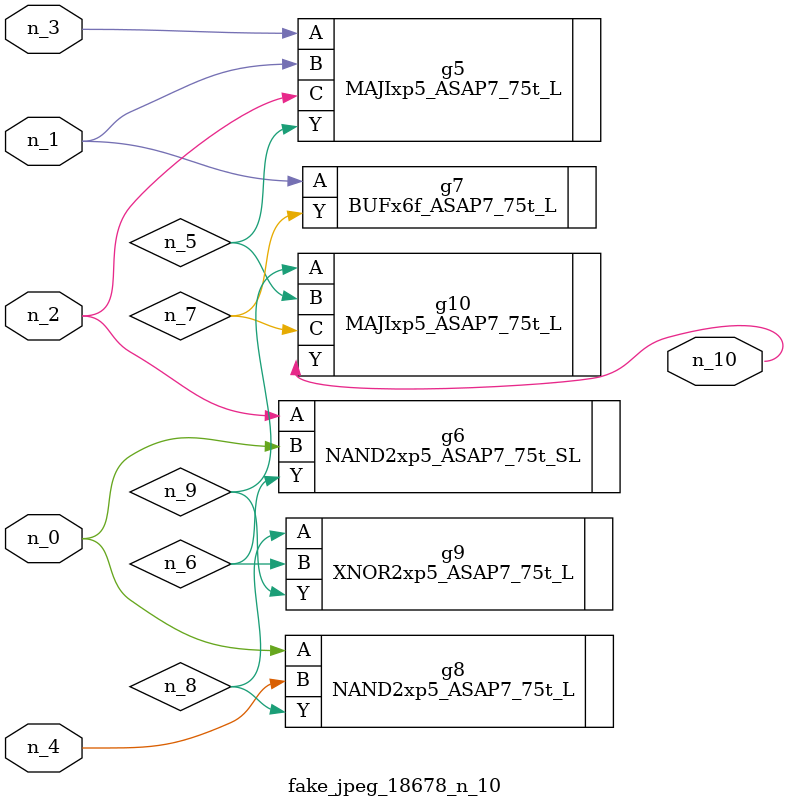
<source format=v>
module fake_jpeg_18678_n_10 (n_3, n_2, n_1, n_0, n_4, n_10);

input n_3;
input n_2;
input n_1;
input n_0;
input n_4;

output n_10;

wire n_8;
wire n_9;
wire n_6;
wire n_5;
wire n_7;

MAJIxp5_ASAP7_75t_L g5 ( 
.A(n_3),
.B(n_1),
.C(n_2),
.Y(n_5)
);

NAND2xp5_ASAP7_75t_SL g6 ( 
.A(n_2),
.B(n_0),
.Y(n_6)
);

BUFx6f_ASAP7_75t_L g7 ( 
.A(n_1),
.Y(n_7)
);

NAND2xp5_ASAP7_75t_L g8 ( 
.A(n_0),
.B(n_4),
.Y(n_8)
);

XNOR2xp5_ASAP7_75t_L g9 ( 
.A(n_8),
.B(n_6),
.Y(n_9)
);

MAJIxp5_ASAP7_75t_L g10 ( 
.A(n_9),
.B(n_5),
.C(n_7),
.Y(n_10)
);


endmodule
</source>
